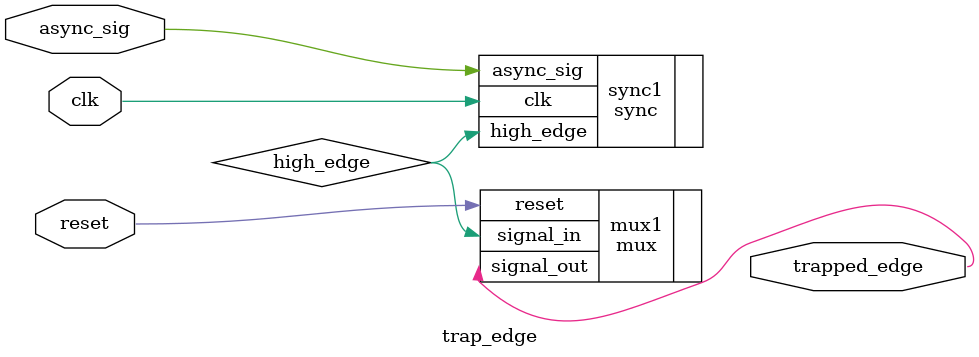
<source format=sv>
module trap_edge(
input logic clk,
input logic async_sig,
input logic reset,
output logic trapped_edge
);


logic high_edge;


sync sync1(
.clk(clk),
.async_sig(async_sig),
.high_edge(high_edge)
);

mux mux1(
.signal_in(high_edge),
.reset(reset),
.signal_out(trapped_edge)
);



endmodule 
</source>
